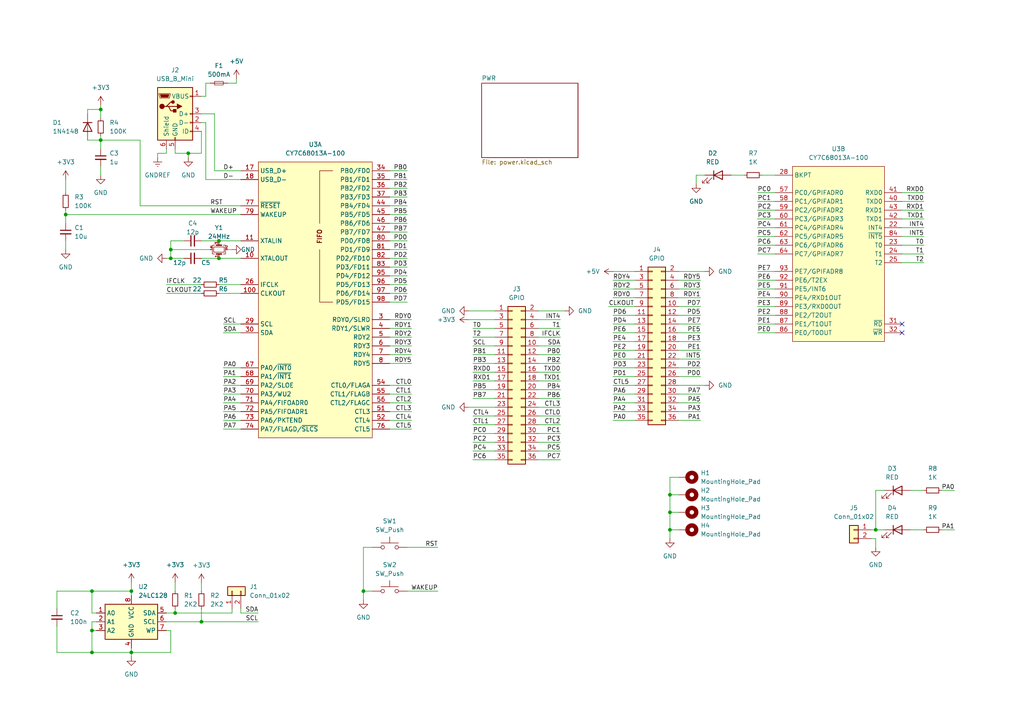
<source format=kicad_sch>
(kicad_sch (version 20230121) (generator eeschema)
  (paper "A4")
  (lib_symbols
    (symbol "CY7C68013A:CY7C68013A-100"
      (property "Reference" "U" (at 0 40.64 0))
      (property "Value" "CY7C68013A-100" (at 0 38.1 0))
      (symbol "CY7C68013A-100_1_1"
        (text "FIFO" (at 1.27 13.97 900) (effects (font (size 1.27 1.27) bold)))
        (pin output line (at -21.59 7.62 0) (length 5.08) (name "XTALOUT") (number "10"))
        (pin output line (at -21.59 -2.54 0) (length 5.08) (name "CLKOUT") (number "100"))
        (pin input line (at -21.59 12.7 0) (length 5.08) (name "XTALIN") (number "11"))
        (pin bidirectional line (at -21.59 33.02 0) (length 5.08) (name "USB_D+") (number "17"))
        (pin bidirectional line (at -21.59 30.48 0) (length 5.08) (name "USB_D-") (number "18"))
        (pin bidirectional line (at -21.59 0 0) (length 5.08) (name "IFCLK") (number "26"))
        (pin bidirectional line (at -21.59 -11.43 0) (length 5.08) (name "SCL") (number "29"))
        (pin input line (at 21.59 -10.16 180) (length 5.08) (name "RDY0/SLRD") (number "3"))
        (pin bidirectional line (at -21.59 -13.97 0) (length 5.08) (name "SDA") (number "30"))
        (pin bidirectional line (at 21.59 33.02 180) (length 5.08) (name "PB0/FD0") (number "34"))
        (pin bidirectional line (at 21.59 30.48 180) (length 5.08) (name "PB1/FD1") (number "35"))
        (pin bidirectional line (at 21.59 27.94 180) (length 5.08) (name "PB2/FD2") (number "36"))
        (pin bidirectional line (at 21.59 25.4 180) (length 5.08) (name "PB3/FD3") (number "37"))
        (pin input line (at 21.59 -12.7 180) (length 5.08) (name "RDY1/SLWR") (number "4"))
        (pin bidirectional line (at 21.59 22.86 180) (length 5.08) (name "PB4/FD4") (number "44"))
        (pin bidirectional line (at 21.59 20.32 180) (length 5.08) (name "PB5/FD5") (number "45"))
        (pin bidirectional line (at 21.59 17.78 180) (length 5.08) (name "PB6/FD6") (number "46"))
        (pin bidirectional line (at 21.59 15.24 180) (length 5.08) (name "PB7/FD7") (number "47"))
        (pin input line (at 21.59 -15.24 180) (length 5.08) (name "RDY2") (number "5"))
        (pin output line (at 21.59 -36.83 180) (length 5.08) (name "CTL3") (number "51"))
        (pin output line (at 21.59 -39.37 180) (length 5.08) (name "CTL4") (number "52"))
        (pin output line (at 21.59 -29.21 180) (length 5.08) (name "CTL0/FLAGA") (number "54"))
        (pin output line (at 21.59 -31.75 180) (length 5.08) (name "CTL1/FLAGB") (number "55"))
        (pin output line (at 21.59 -34.29 180) (length 5.08) (name "CTL2/FLAGC") (number "56"))
        (pin input line (at 21.59 -17.78 180) (length 5.08) (name "RDY3") (number "6"))
        (pin bidirectional line (at -21.59 -24.13 0) (length 5.08) (name "PA0/~{INT0}") (number "67"))
        (pin bidirectional line (at -21.59 -26.67 0) (length 5.08) (name "PA1/~{INT1}") (number "68"))
        (pin bidirectional line (at -21.59 -29.21 0) (length 5.08) (name "PA2/SLOE") (number "69"))
        (pin input line (at 21.59 -20.32 180) (length 5.08) (name "RDY4") (number "7"))
        (pin bidirectional line (at -21.59 -31.75 0) (length 5.08) (name "PA3/WU2") (number "70"))
        (pin bidirectional line (at -21.59 -34.29 0) (length 5.08) (name "PA4/FIFOADR0") (number "71"))
        (pin bidirectional line (at -21.59 -36.83 0) (length 5.08) (name "PA5/FIFOADR1") (number "72"))
        (pin bidirectional line (at -21.59 -39.37 0) (length 5.08) (name "PA6/PKTEND") (number "73"))
        (pin bidirectional line (at -21.59 -41.91 0) (length 5.08) (name "PA7/FLAGD/~{SLCS}") (number "74"))
        (pin output line (at 21.59 -41.91 180) (length 5.08) (name "CTL5") (number "76"))
        (pin input line (at -21.59 22.86 0) (length 5.08) (name "~{RESET}") (number "77"))
        (pin input line (at -21.59 20.32 0) (length 5.08) (name "WAKEUP") (number "79"))
        (pin input line (at 21.59 -22.86 180) (length 5.08) (name "RDY5") (number "8"))
        (pin bidirectional line (at 21.59 12.7 180) (length 5.08) (name "PD0/FD8") (number "80"))
        (pin bidirectional line (at 21.59 10.16 180) (length 5.08) (name "PD1/FD9") (number "81"))
        (pin bidirectional line (at 21.59 7.62 180) (length 5.08) (name "PD2/FD10") (number "82"))
        (pin bidirectional line (at 21.59 5.08 180) (length 5.08) (name "PD3/FD11") (number "83"))
        (pin bidirectional line (at 21.59 2.54 180) (length 5.08) (name "PD4/FD12") (number "95"))
        (pin bidirectional line (at 21.59 0 180) (length 5.08) (name "PD5/FD13") (number "96"))
        (pin bidirectional line (at 21.59 -2.54 180) (length 5.08) (name "PD6/FD14") (number "97"))
        (pin bidirectional line (at 21.59 -5.08 180) (length 5.08) (name "PD5/FD15") (number "98"))
      )
      (symbol "CY7C68013A-100_2_1"
        (pin input line (at 19.05 7.62 180) (length 5.08) (name "INT4") (number "22"))
        (pin input line (at 19.05 2.54 180) (length 5.08) (name "T0") (number "23"))
        (pin input line (at 19.05 0 180) (length 5.08) (name "T1") (number "24"))
        (pin input line (at 19.05 -2.54 180) (length 5.08) (name "T2") (number "25"))
        (pin output line (at -17.78 22.86 0) (length 5.08) (name "BKPT") (number "28"))
        (pin output line (at 19.05 -20.32 180) (length 5.08) (name "~{RD}") (number "31"))
        (pin output line (at 19.05 -22.86 180) (length 5.08) (name "~{WR}") (number "32"))
        (pin output line (at 19.05 15.24 180) (length 5.08) (name "TXD0") (number "40"))
        (pin input line (at 19.05 17.78 180) (length 5.08) (name "RXD0") (number "41"))
        (pin output line (at 19.05 10.16 180) (length 5.08) (name "TXD1") (number "42"))
        (pin input line (at 19.05 12.7 180) (length 5.08) (name "RXD1") (number "43"))
        (pin bidirectional line (at -17.78 17.78 0) (length 5.08) (name "PC0/GPIFADR0") (number "57"))
        (pin bidirectional line (at -17.78 15.24 0) (length 5.08) (name "PC1/GPIFADR1") (number "58"))
        (pin bidirectional line (at -17.78 12.7 0) (length 5.08) (name "PC2/GPIFADR2") (number "59"))
        (pin bidirectional line (at -17.78 10.16 0) (length 5.08) (name "PC3/GPIFADR3") (number "60"))
        (pin bidirectional line (at -17.78 7.62 0) (length 5.08) (name "PC4/GPIFADR4") (number "61"))
        (pin bidirectional line (at -17.78 5.08 0) (length 5.08) (name "PC5/GPIFADR5") (number "62"))
        (pin bidirectional line (at -17.78 2.54 0) (length 5.08) (name "PC6/GPIFADR6") (number "63"))
        (pin bidirectional line (at -17.78 0 0) (length 5.08) (name "PC7/GPIFADR7") (number "64"))
        (pin input line (at 19.05 5.08 180) (length 5.08) (name "~{INT5}") (number "84"))
        (pin bidirectional line (at -17.78 -22.86 0) (length 5.08) (name "PE0/T0OUT") (number "86"))
        (pin bidirectional line (at -17.78 -20.32 0) (length 5.08) (name "PE1/T1OUT") (number "87"))
        (pin bidirectional line (at -17.78 -17.78 0) (length 5.08) (name "PE2/T2OUT") (number "88"))
        (pin bidirectional line (at -17.78 -15.24 0) (length 5.08) (name "PE3/RXD0OUT") (number "89"))
        (pin bidirectional line (at -17.78 -12.7 0) (length 5.08) (name "PE4/RXD1OUT") (number "90"))
        (pin bidirectional line (at -17.78 -10.16 0) (length 5.08) (name "PE5/INT6") (number "91"))
        (pin bidirectional line (at -17.78 -7.62 0) (length 5.08) (name "PE6/T2EX") (number "92"))
        (pin bidirectional line (at -17.78 -5.08 0) (length 5.08) (name "PE7/GPIFADR8") (number "93"))
      )
      (symbol "CY7C68013A-100_3_1"
        (pin power_in line (at -15.24 10.16 0) (length 5.08) (name "VCC") (number "1"))
        (pin power_in line (at 15.24 17.78 180) (length 5.08) (name "AGND") (number "12"))
        (pin no_connect line (at -15.24 -15.24 0) (length 5.08) (name "NC") (number "13"))
        (pin no_connect line (at -15.24 -17.78 0) (length 5.08) (name "NC") (number "14"))
        (pin no_connect line (at -15.24 -20.32 0) (length 5.08) (name "NC") (number "15"))
        (pin power_in line (at -15.24 15.24 0) (length 5.08) (name "AVCC") (number "16"))
        (pin power_in line (at 15.24 15.24 180) (length 5.08) (name "AGND") (number "19"))
        (pin power_in line (at 15.24 10.16 180) (length 5.08) (name "GND") (number "2"))
        (pin power_in line (at -15.24 7.62 0) (length 5.08) (name "VCC") (number "20"))
        (pin power_in line (at 15.24 7.62 180) (length 5.08) (name "GND") (number "21"))
        (pin power_in line (at 15.24 -13.97 180) (length 5.08) (name "RESERVED") (number "27"))
        (pin power_in line (at -15.24 5.08 0) (length 5.08) (name "VCC") (number "33"))
        (pin power_in line (at -15.24 2.54 0) (length 5.08) (name "VCC") (number "38"))
        (pin power_in line (at 15.24 5.08 180) (length 5.08) (name "GND") (number "39"))
        (pin power_in line (at 15.24 2.54 180) (length 5.08) (name "GND") (number "48"))
        (pin power_in line (at -15.24 0 0) (length 5.08) (name "VCC") (number "49"))
        (pin power_in line (at 15.24 0 180) (length 5.08) (name "GND") (number "50"))
        (pin power_in line (at -15.24 -2.54 0) (length 5.08) (name "VCC") (number "53"))
        (pin power_in line (at 15.24 -2.54 180) (length 5.08) (name "GND") (number "65"))
        (pin power_in line (at -15.24 -5.08 0) (length 5.08) (name "VCC") (number "66"))
        (pin power_in line (at 15.24 -5.08 180) (length 5.08) (name "GND") (number "75"))
        (pin power_in line (at -15.24 -7.62 0) (length 5.08) (name "VCC") (number "78"))
        (pin power_in line (at -15.24 -10.16 0) (length 5.08) (name "VCC") (number "85"))
        (pin power_in line (at -15.24 17.78 0) (length 5.08) (name "AVCC") (number "9"))
        (pin power_in line (at 15.24 -7.62 180) (length 5.08) (name "GND") (number "94"))
        (pin power_in line (at 15.24 -10.16 180) (length 5.08) (name "GND") (number "99"))
      )
    )
    (symbol "Connector:USB_B_Mini" (pin_names (offset 1.016))
      (property "Reference" "J" (at -5.08 11.43 0))
      (property "Value" "USB_B_Mini" (at -5.08 8.89 0))
      (symbol "USB_B_Mini_1_1"
        (pin power_out line (at 7.62 5.08 180) (length 2.54) (name "VBUS") (number "1"))
        (pin bidirectional line (at 7.62 -2.54 180) (length 2.54) (name "D-") (number "2"))
        (pin bidirectional line (at 7.62 0 180) (length 2.54) (name "D+") (number "3"))
        (pin passive line (at 7.62 -5.08 180) (length 2.54) (name "ID") (number "4"))
        (pin power_out line (at 0 -10.16 90) (length 2.54) (name "GND") (number "5"))
        (pin passive line (at -2.54 -10.16 90) (length 2.54) (name "Shield") (number "6"))
      )
    )
    (symbol "Connector_Generic:Conn_01x02" (pin_names (offset 1.016) hide)
      (property "Reference" "J" (at 0 2.54 0))
      (property "Value" "Conn_01x02" (at 0 -5.08 0))
      (symbol "Conn_01x02_1_1"
        (pin passive line (at -5.08 0 0) (length 3.81) (name "Pin_1") (number "1"))
        (pin passive line (at -5.08 -2.54 0) (length 3.81) (name "Pin_2") (number "2"))
      )
    )
    (symbol "Connector_Generic:Conn_02x18_Odd_Even" (pin_names (offset 1.016) hide)
      (property "Reference" "J" (at 1.27 22.86 0))
      (property "Value" "Conn_02x18_Odd_Even" (at 1.27 -25.4 0))
      (symbol "Conn_02x18_Odd_Even_1_1"
        (pin passive line (at -5.08 20.32 0) (length 3.81) (name "Pin_1") (number "1"))
        (pin passive line (at 7.62 10.16 180) (length 3.81) (name "Pin_10") (number "10"))
        (pin passive line (at -5.08 7.62 0) (length 3.81) (name "Pin_11") (number "11"))
        (pin passive line (at 7.62 7.62 180) (length 3.81) (name "Pin_12") (number "12"))
        (pin passive line (at -5.08 5.08 0) (length 3.81) (name "Pin_13") (number "13"))
        (pin passive line (at 7.62 5.08 180) (length 3.81) (name "Pin_14") (number "14"))
        (pin passive line (at -5.08 2.54 0) (length 3.81) (name "Pin_15") (number "15"))
        (pin passive line (at 7.62 2.54 180) (length 3.81) (name "Pin_16") (number "16"))
        (pin passive line (at -5.08 0 0) (length 3.81) (name "Pin_17") (number "17"))
        (pin passive line (at 7.62 0 180) (length 3.81) (name "Pin_18") (number "18"))
        (pin passive line (at -5.08 -2.54 0) (length 3.81) (name "Pin_19") (number "19"))
        (pin passive line (at 7.62 20.32 180) (length 3.81) (name "Pin_2") (number "2"))
        (pin passive line (at 7.62 -2.54 180) (length 3.81) (name "Pin_20") (number "20"))
        (pin passive line (at -5.08 -5.08 0) (length 3.81) (name "Pin_21") (number "21"))
        (pin passive line (at 7.62 -5.08 180) (length 3.81) (name "Pin_22") (number "22"))
        (pin passive line (at -5.08 -7.62 0) (length 3.81) (name "Pin_23") (number "23"))
        (pin passive line (at 7.62 -7.62 180) (length 3.81) (name "Pin_24") (number "24"))
        (pin passive line (at -5.08 -10.16 0) (length 3.81) (name "Pin_25") (number "25"))
        (pin passive line (at 7.62 -10.16 180) (length 3.81) (name "Pin_26") (number "26"))
        (pin passive line (at -5.08 -12.7 0) (length 3.81) (name "Pin_27") (number "27"))
        (pin passive line (at 7.62 -12.7 180) (length 3.81) (name "Pin_28") (number "28"))
        (pin passive line (at -5.08 -15.24 0) (length 3.81) (name "Pin_29") (number "29"))
        (pin passive line (at -5.08 17.78 0) (length 3.81) (name "Pin_3") (number "3"))
        (pin passive line (at 7.62 -15.24 180) (length 3.81) (name "Pin_30") (number "30"))
        (pin passive line (at -5.08 -17.78 0) (length 3.81) (name "Pin_31") (number "31"))
        (pin passive line (at 7.62 -17.78 180) (length 3.81) (name "Pin_32") (number "32"))
        (pin passive line (at -5.08 -20.32 0) (length 3.81) (name "Pin_33") (number "33"))
        (pin passive line (at 7.62 -20.32 180) (length 3.81) (name "Pin_34") (number "34"))
        (pin passive line (at -5.08 -22.86 0) (length 3.81) (name "Pin_35") (number "35"))
        (pin passive line (at 7.62 -22.86 180) (length 3.81) (name "Pin_36") (number "36"))
        (pin passive line (at 7.62 17.78 180) (length 3.81) (name "Pin_4") (number "4"))
        (pin passive line (at -5.08 15.24 0) (length 3.81) (name "Pin_5") (number "5"))
        (pin passive line (at 7.62 15.24 180) (length 3.81) (name "Pin_6") (number "6"))
        (pin passive line (at -5.08 12.7 0) (length 3.81) (name "Pin_7") (number "7"))
        (pin passive line (at 7.62 12.7 180) (length 3.81) (name "Pin_8") (number "8"))
        (pin passive line (at -5.08 10.16 0) (length 3.81) (name "Pin_9") (number "9"))
      )
    )
    (symbol "Device:C_Small" (pin_numbers hide) (pin_names (offset 0.254) hide)
      (property "Reference" "C" (at 0.254 1.778 0))
      (property "Value" "C_Small" (at 0.254 -2.032 0))
      (symbol "C_Small_1_1"
        (pin passive line (at 0 2.54 270) (length 2.032) (name "~") (number "1"))
        (pin passive line (at 0 -2.54 90) (length 2.032) (name "~") (number "2"))
      )
    )
    (symbol "Device:Crystal_GND24_Small" (pin_names (offset 1.016) hide)
      (property "Reference" "Y" (at 1.27 4.445 0))
      (property "Value" "Crystal_GND24_Small" (at 1.27 2.54 0))
      (symbol "Crystal_GND24_Small_1_1"
        (pin passive line (at -2.54 0 0) (length 1.27) (name "1") (number "1"))
        (pin passive line (at 0 -2.54 90) (length 0.635) (name "2") (number "2"))
        (pin passive line (at 2.54 0 180) (length 1.27) (name "3") (number "3"))
        (pin passive line (at 0 2.54 270) (length 0.635) (name "4") (number "4"))
      )
    )
    (symbol "Device:Fuse_Small" (pin_numbers hide) (pin_names (offset 0.254) hide)
      (property "Reference" "F" (at 0 -1.524 0))
      (property "Value" "Fuse_Small" (at 0 1.524 0))
      (symbol "Fuse_Small_1_1"
        (pin passive line (at -2.54 0 0) (length 1.27) (name "~") (number "1"))
        (pin passive line (at 2.54 0 180) (length 1.27) (name "~") (number "2"))
      )
    )
    (symbol "Device:LED" (pin_numbers hide) (pin_names (offset 1.016) hide)
      (property "Reference" "D" (at 0 2.54 0))
      (property "Value" "LED" (at 0 -2.54 0))
      (symbol "LED_1_1"
        (pin passive line (at -3.81 0 0) (length 2.54) (name "K") (number "1"))
        (pin passive line (at 3.81 0 180) (length 2.54) (name "A") (number "2"))
      )
    )
    (symbol "Device:R_Small" (pin_numbers hide) (pin_names (offset 0.254) hide)
      (property "Reference" "R" (at 0.762 0.508 0))
      (property "Value" "R_Small" (at 0.762 -1.016 0))
      (symbol "R_Small_1_1"
        (pin passive line (at 0 2.54 270) (length 0.762) (name "~") (number "1"))
        (pin passive line (at 0 -2.54 90) (length 0.762) (name "~") (number "2"))
      )
    )
    (symbol "Diode:1N4148" (pin_numbers hide) (pin_names hide)
      (property "Reference" "D" (at 0 2.54 0))
      (property "Value" "1N4148" (at 0 -2.54 0))
      (symbol "1N4148_1_1"
        (pin passive line (at -3.81 0 0) (length 2.54) (name "K") (number "1"))
        (pin passive line (at 3.81 0 180) (length 2.54) (name "A") (number "2"))
      )
    )
    (symbol "Mechanical:MountingHole_Pad" (pin_numbers hide) (pin_names (offset 1.016) hide)
      (property "Reference" "H" (at 0 6.35 0))
      (property "Value" "MountingHole_Pad" (at 0 4.445 0))
      (symbol "MountingHole_Pad_1_1"
        (pin input line (at 0 -2.54 90) (length 2.54) (name "1") (number "1"))
      )
    )
    (symbol "Memory_EEPROM:24LC128"
      (property "Reference" "U" (at -6.35 6.35 0))
      (property "Value" "24LC128" (at 1.27 6.35 0))
      (symbol "24LC128_1_1"
        (pin input line (at -10.16 2.54 0) (length 2.54) (name "A0") (number "1"))
        (pin input line (at -10.16 0 0) (length 2.54) (name "A1") (number "2"))
        (pin input line (at -10.16 -2.54 0) (length 2.54) (name "A2") (number "3"))
        (pin power_in line (at 0 -7.62 90) (length 2.54) (name "GND") (number "4"))
        (pin bidirectional line (at 10.16 2.54 180) (length 2.54) (name "SDA") (number "5"))
        (pin input line (at 10.16 0 180) (length 2.54) (name "SCL") (number "6"))
        (pin input line (at 10.16 -2.54 180) (length 2.54) (name "WP") (number "7"))
        (pin power_in line (at 0 7.62 270) (length 2.54) (name "VCC") (number "8"))
      )
    )
    (symbol "Switch:SW_Push" (pin_numbers hide) (pin_names (offset 1.016) hide)
      (property "Reference" "SW" (at 1.27 2.54 0))
      (property "Value" "SW_Push" (at 0 -1.524 0))
      (symbol "SW_Push_0_1"
        (pin passive line (at -5.08 0 0) (length 2.54) (name "1") (number "1"))
        (pin passive line (at 5.08 0 180) (length 2.54) (name "2") (number "2"))
      )
    )
    (symbol "power:+3V3" (power) (pin_names (offset 0))
      (property "Value" "+3V3" (at 0 3.556 0))
      (symbol "+3V3_1_1"
        (pin power_in line (at 0 0 90) (length 0) hide (name "+3V3") (number "1"))
      )
    )
    (symbol "power:+5V" (power) (pin_names (offset 0))
      (property "Value" "+5V" (at 0 3.556 0))
      (symbol "+5V_1_1"
        (pin power_in line (at 0 0 90) (length 0) hide (name "+5V") (number "1"))
      )
    )
    (symbol "power:GND" (power) (pin_names (offset 0))
      (property "Value" "GND" (at 0 -3.81 0))
      (symbol "GND_1_1"
        (pin power_in line (at 0 0 270) (length 0) hide (name "GND") (number "1"))
      )
    )
    (symbol "power:GNDREF" (power) (pin_names (offset 0))
      (property "Value" "GNDREF" (at 0 -3.81 0))
      (symbol "GNDREF_1_1"
        (pin power_in line (at 0 0 270) (length 0) hide (name "GNDREF") (number "1"))
      )
    )
  )
  (junction (at 58.42 180.34))
  (junction (at 254 153.67))
  (junction (at 63.5 69.85))
  (junction (at 54.61 44.45))
  (junction (at 26.67 189.23))
  (junction (at 50.8 177.8))
  (junction (at 194.31 148.59))
  (junction (at 38.1 171.45))
  (junction (at 29.21 31.75))
  (junction (at 194.31 153.67))
  (junction (at 26.67 182.88))
  (junction (at 38.1 189.23))
  (junction (at 49.53 74.93))
  (junction (at 49.53 72.39))
  (junction (at 26.67 171.45))
  (junction (at 19.05 62.23))
  (junction (at 63.5 74.93))
  (junction (at 105.41 171.45))
  (junction (at 194.31 143.51))
  (junction (at 29.21 40.64))
  (no_connect (at 261.62 93.98))
  (no_connect (at 261.62 96.52))
  (wire (pts (xy 25.4 31.75) (xy 29.21 31.75)))
  (wire (pts (xy 113.03 82.55) (xy 118.11 82.55)))
  (wire (pts (xy 273.05 153.67) (xy 276.86 153.67)))
  (wire (pts (xy 113.03 57.15) (xy 118.11 57.15)))
  (wire (pts (xy 26.67 189.23) (xy 38.1 189.23)))
  (wire (pts (xy 196.85 121.92) (xy 203.2 121.92)))
  (wire (pts (xy 177.8 101.6) (xy 184.15 101.6)))
  (wire (pts (xy 156.21 115.57) (xy 162.56 115.57)))
  (wire (pts (xy 29.21 40.64) (xy 29.21 43.18)))
  (wire (pts (xy 113.03 52.07) (xy 118.11 52.07)))
  (wire (pts (xy 113.03 72.39) (xy 118.11 72.39)))
  (wire (pts (xy 201.93 50.8) (xy 201.93 53.34)))
  (wire (pts (xy 177.8 93.98) (xy 184.15 93.98)))
  (wire (pts (xy 143.51 123.19) (xy 137.16 123.19)))
  (wire (pts (xy 48.26 182.88) (xy 49.53 182.88)))
  (wire (pts (xy 113.03 111.76) (xy 119.38 111.76)))
  (wire (pts (xy 118.11 158.75) (xy 127 158.75)))
  (wire (pts (xy 137.16 125.73) (xy 143.51 125.73)))
  (wire (pts (xy 113.03 59.69) (xy 118.11 59.69)))
  (wire (pts (xy 177.8 99.06) (xy 184.15 99.06)))
  (wire (pts (xy 137.16 113.03) (xy 143.51 113.03)))
  (wire (pts (xy 184.15 88.9) (xy 176.53 88.9)))
  (wire (pts (xy 113.03 92.71) (xy 119.38 92.71)))
  (wire (pts (xy 113.03 85.09) (xy 118.11 85.09)))
  (wire (pts (xy 50.8 44.45) (xy 50.8 43.18)))
  (wire (pts (xy 69.85 49.53) (xy 62.23 49.53)))
  (wire (pts (xy 49.53 69.85) (xy 49.53 72.39)))
  (wire (pts (xy 66.04 24.13) (xy 68.58 24.13)))
  (wire (pts (xy 261.62 60.96) (xy 267.97 60.96)))
  (wire (pts (xy 219.71 58.42) (xy 224.79 58.42)))
  (wire (pts (xy 196.85 86.36) (xy 203.2 86.36)))
  (wire (pts (xy 59.69 52.07) (xy 69.85 52.07)))
  (wire (pts (xy 219.71 91.44) (xy 224.79 91.44)))
  (wire (pts (xy 29.21 30.48) (xy 29.21 31.75)))
  (wire (pts (xy 137.16 133.35) (xy 143.51 133.35)))
  (wire (pts (xy 273.05 142.24) (xy 276.86 142.24)))
  (wire (pts (xy 196.85 96.52) (xy 203.2 96.52)))
  (wire (pts (xy 62.23 49.53) (xy 62.23 33.02)))
  (wire (pts (xy 48.26 43.18) (xy 48.26 44.45)))
  (wire (pts (xy 58.42 180.34) (xy 58.42 176.53)))
  (wire (pts (xy 196.85 83.82) (xy 203.2 83.82)))
  (wire (pts (xy 105.41 171.45) (xy 107.95 171.45)))
  (wire (pts (xy 38.1 187.96) (xy 38.1 189.23)))
  (wire (pts (xy 19.05 62.23) (xy 69.85 62.23)))
  (wire (pts (xy 113.03 87.63) (xy 118.11 87.63)))
  (wire (pts (xy 29.21 40.64) (xy 40.64 40.64)))
  (wire (pts (xy 48.26 74.93) (xy 49.53 74.93)))
  (wire (pts (xy 19.05 72.39) (xy 19.05 69.85)))
  (wire (pts (xy 143.51 100.33) (xy 137.16 100.33)))
  (wire (pts (xy 156.21 125.73) (xy 162.56 125.73)))
  (wire (pts (xy 219.71 66.04) (xy 224.79 66.04)))
  (wire (pts (xy 196.85 109.22) (xy 203.2 109.22)))
  (wire (pts (xy 177.8 119.38) (xy 184.15 119.38)))
  (wire (pts (xy 156.21 118.11) (xy 162.56 118.11)))
  (wire (pts (xy 63.5 82.55) (xy 69.85 82.55)))
  (wire (pts (xy 143.51 118.11) (xy 135.89 118.11)))
  (wire (pts (xy 105.41 171.45) (xy 105.41 173.99)))
  (wire (pts (xy 219.71 63.5) (xy 224.79 63.5)))
  (wire (pts (xy 184.15 111.76) (xy 177.8 111.76)))
  (wire (pts (xy 143.51 110.49) (xy 137.16 110.49)))
  (wire (pts (xy 49.53 72.39) (xy 49.53 74.93)))
  (wire (pts (xy 219.71 55.88) (xy 224.79 55.88)))
  (wire (pts (xy 19.05 62.23) (xy 19.05 64.77)))
  (wire (pts (xy 58.42 35.56) (xy 59.69 35.56)))
  (wire (pts (xy 219.71 86.36) (xy 224.79 86.36)))
  (wire (pts (xy 137.16 128.27) (xy 143.51 128.27)))
  (wire (pts (xy 16.51 189.23) (xy 26.67 189.23)))
  (wire (pts (xy 29.21 50.8) (xy 29.21 48.26)))
  (wire (pts (xy 27.94 177.8) (xy 26.67 177.8)))
  (wire (pts (xy 58.42 27.94) (xy 59.69 27.94)))
  (wire (pts (xy 54.61 44.45) (xy 54.61 45.72)))
  (wire (pts (xy 64.77 114.3) (xy 69.85 114.3)))
  (wire (pts (xy 49.53 182.88) (xy 49.53 189.23)))
  (wire (pts (xy 135.89 92.71) (xy 143.51 92.71)))
  (wire (pts (xy 59.69 24.13) (xy 60.96 24.13)))
  (wire (pts (xy 196.85 81.28) (xy 203.2 81.28)))
  (wire (pts (xy 219.71 71.12) (xy 224.79 71.12)))
  (wire (pts (xy 184.15 81.28) (xy 177.8 81.28)))
  (wire (pts (xy 64.77 124.46) (xy 69.85 124.46)))
  (wire (pts (xy 64.77 116.84) (xy 69.85 116.84)))
  (wire (pts (xy 113.03 77.47) (xy 118.11 77.47)))
  (wire (pts (xy 203.2 106.68) (xy 196.85 106.68)))
  (wire (pts (xy 113.03 67.31) (xy 118.11 67.31)))
  (wire (pts (xy 156.21 113.03) (xy 162.56 113.03)))
  (wire (pts (xy 219.71 81.28) (xy 224.79 81.28)))
  (wire (pts (xy 156.21 130.81) (xy 162.56 130.81)))
  (wire (pts (xy 261.62 68.58) (xy 267.97 68.58)))
  (wire (pts (xy 58.42 74.93) (xy 63.5 74.93)))
  (wire (pts (xy 54.61 44.45) (xy 50.8 44.45)))
  (wire (pts (xy 53.34 69.85) (xy 49.53 69.85)))
  (wire (pts (xy 50.8 168.91) (xy 50.8 171.45)))
  (wire (pts (xy 105.41 158.75) (xy 105.41 171.45)))
  (wire (pts (xy 113.03 49.53) (xy 118.11 49.53)))
  (wire (pts (xy 264.16 142.24) (xy 267.97 142.24)))
  (wire (pts (xy 194.31 138.43) (xy 196.85 138.43)))
  (wire (pts (xy 58.42 69.85) (xy 63.5 69.85)))
  (wire (pts (xy 177.8 91.44) (xy 184.15 91.44)))
  (wire (pts (xy 254 153.67) (xy 256.54 153.67)))
  (wire (pts (xy 59.69 27.94) (xy 59.69 24.13)))
  (wire (pts (xy 196.85 93.98) (xy 203.2 93.98)))
  (wire (pts (xy 196.85 78.74) (xy 204.47 78.74)))
  (wire (pts (xy 50.8 177.8) (xy 50.8 176.53)))
  (wire (pts (xy 58.42 180.34) (xy 74.93 180.34)))
  (wire (pts (xy 16.51 171.45) (xy 26.67 171.45)))
  (wire (pts (xy 184.15 86.36) (xy 177.8 86.36)))
  (wire (pts (xy 29.21 31.75) (xy 29.21 34.29)))
  (wire (pts (xy 212.09 50.8) (xy 215.9 50.8)))
  (wire (pts (xy 67.31 177.8) (xy 67.31 176.53)))
  (wire (pts (xy 48.26 85.09) (xy 58.42 85.09)))
  (wire (pts (xy 118.11 171.45) (xy 127 171.45)))
  (wire (pts (xy 254 156.21) (xy 254 158.75)))
  (wire (pts (xy 64.77 111.76) (xy 69.85 111.76)))
  (wire (pts (xy 196.85 101.6) (xy 203.2 101.6)))
  (wire (pts (xy 113.03 121.92) (xy 119.38 121.92)))
  (wire (pts (xy 19.05 60.96) (xy 19.05 62.23)))
  (wire (pts (xy 27.94 180.34) (xy 26.67 180.34)))
  (wire (pts (xy 219.71 60.96) (xy 224.79 60.96)))
  (wire (pts (xy 143.51 95.25) (xy 137.16 95.25)))
  (wire (pts (xy 62.23 33.02) (xy 58.42 33.02)))
  (wire (pts (xy 26.67 182.88) (xy 27.94 182.88)))
  (wire (pts (xy 219.71 73.66) (xy 224.79 73.66)))
  (wire (pts (xy 69.85 93.98) (xy 64.77 93.98)))
  (wire (pts (xy 156.21 102.87) (xy 162.56 102.87)))
  (wire (pts (xy 219.71 88.9) (xy 224.79 88.9)))
  (wire (pts (xy 66.04 72.39) (xy 67.31 72.39)))
  (wire (pts (xy 196.85 99.06) (xy 203.2 99.06)))
  (wire (pts (xy 219.71 93.98) (xy 224.79 93.98)))
  (wire (pts (xy 16.51 176.53) (xy 16.51 171.45)))
  (wire (pts (xy 156.21 107.95) (xy 162.56 107.95)))
  (wire (pts (xy 113.03 124.46) (xy 119.38 124.46)))
  (wire (pts (xy 196.85 116.84) (xy 203.2 116.84)))
  (wire (pts (xy 137.16 102.87) (xy 143.51 102.87)))
  (wire (pts (xy 194.31 143.51) (xy 196.85 143.51)))
  (wire (pts (xy 254 153.67) (xy 252.73 153.67)))
  (wire (pts (xy 261.62 58.42) (xy 267.97 58.42)))
  (wire (pts (xy 63.5 85.09) (xy 69.85 85.09)))
  (wire (pts (xy 156.21 120.65) (xy 162.56 120.65)))
  (wire (pts (xy 38.1 168.91) (xy 38.1 171.45)))
  (wire (pts (xy 113.03 69.85) (xy 118.11 69.85)))
  (wire (pts (xy 113.03 100.33) (xy 119.38 100.33)))
  (wire (pts (xy 220.98 50.8) (xy 224.79 50.8)))
  (wire (pts (xy 156.21 128.27) (xy 162.56 128.27)))
  (wire (pts (xy 137.16 105.41) (xy 143.51 105.41)))
  (wire (pts (xy 219.71 83.82) (xy 224.79 83.82)))
  (wire (pts (xy 196.85 114.3) (xy 203.2 114.3)))
  (wire (pts (xy 219.71 68.58) (xy 224.79 68.58)))
  (wire (pts (xy 113.03 80.01) (xy 118.11 80.01)))
  (wire (pts (xy 50.8 177.8) (xy 67.31 177.8)))
  (wire (pts (xy 184.15 83.82) (xy 177.8 83.82)))
  (wire (pts (xy 137.16 115.57) (xy 143.51 115.57)))
  (wire (pts (xy 49.53 72.39) (xy 60.96 72.39)))
  (wire (pts (xy 196.85 91.44) (xy 203.2 91.44)))
  (wire (pts (xy 156.21 105.41) (xy 162.56 105.41)))
  (wire (pts (xy 196.85 119.38) (xy 203.2 119.38)))
  (wire (pts (xy 113.03 102.87) (xy 119.38 102.87)))
  (wire (pts (xy 63.5 69.85) (xy 69.85 69.85)))
  (wire (pts (xy 177.8 116.84) (xy 184.15 116.84)))
  (wire (pts (xy 26.67 180.34) (xy 26.67 182.88)))
  (wire (pts (xy 156.21 95.25) (xy 162.56 95.25)))
  (wire (pts (xy 113.03 97.79) (xy 119.38 97.79)))
  (wire (pts (xy 49.53 189.23) (xy 38.1 189.23)))
  (wire (pts (xy 156.21 133.35) (xy 162.56 133.35)))
  (wire (pts (xy 26.67 177.8) (xy 26.67 171.45)))
  (wire (pts (xy 107.95 158.75) (xy 105.41 158.75)))
  (wire (pts (xy 64.77 121.92) (xy 69.85 121.92)))
  (wire (pts (xy 68.58 24.13) (xy 68.58 22.86)))
  (wire (pts (xy 184.15 106.68) (xy 177.8 106.68)))
  (wire (pts (xy 48.26 177.8) (xy 50.8 177.8)))
  (wire (pts (xy 254 142.24) (xy 254 153.67)))
  (wire (pts (xy 45.72 44.45) (xy 45.72 45.72)))
  (wire (pts (xy 49.53 74.93) (xy 53.34 74.93)))
  (wire (pts (xy 40.64 40.64) (xy 40.64 59.69)))
  (wire (pts (xy 156.21 97.79) (xy 162.56 97.79)))
  (wire (pts (xy 143.51 120.65) (xy 137.16 120.65)))
  (wire (pts (xy 184.15 109.22) (xy 177.8 109.22)))
  (wire (pts (xy 177.8 104.14) (xy 184.15 104.14)))
  (wire (pts (xy 19.05 52.07) (xy 19.05 55.88)))
  (wire (pts (xy 261.62 73.66) (xy 267.97 73.66)))
  (wire (pts (xy 29.21 39.37) (xy 29.21 40.64)))
  (wire (pts (xy 219.71 78.74) (xy 224.79 78.74)))
  (wire (pts (xy 143.51 107.95) (xy 137.16 107.95)))
  (wire (pts (xy 113.03 116.84) (xy 119.38 116.84)))
  (wire (pts (xy 25.4 40.64) (xy 29.21 40.64)))
  (wire (pts (xy 156.21 92.71) (xy 162.56 92.71)))
  (wire (pts (xy 64.77 106.68) (xy 69.85 106.68)))
  (wire (pts (xy 261.62 55.88) (xy 267.97 55.88)))
  (wire (pts (xy 177.8 96.52) (xy 184.15 96.52)))
  (wire (pts (xy 219.71 96.52) (xy 224.79 96.52)))
  (wire (pts (xy 177.8 121.92) (xy 184.15 121.92)))
  (wire (pts (xy 48.26 180.34) (xy 58.42 180.34)))
  (wire (pts (xy 113.03 62.23) (xy 118.11 62.23)))
  (wire (pts (xy 58.42 169.0181) (xy 58.42 171.45)))
  (wire (pts (xy 261.62 66.04) (xy 267.97 66.04)))
  (wire (pts (xy 196.85 111.76) (xy 204.47 111.76)))
  (wire (pts (xy 48.26 44.45) (xy 45.72 44.45)))
  (wire (pts (xy 113.03 64.77) (xy 118.11 64.77)))
  (wire (pts (xy 143.51 90.17) (xy 135.89 90.17)))
  (wire (pts (xy 156.21 110.49) (xy 162.56 110.49)))
  (wire (pts (xy 25.4 33.02) (xy 25.4 31.75)))
  (wire (pts (xy 26.67 171.45) (xy 38.1 171.45)))
  (wire (pts (xy 113.03 95.25) (xy 119.38 95.25)))
  (wire (pts (xy 177.8 78.74) (xy 184.15 78.74)))
  (wire (pts (xy 58.42 44.45) (xy 54.61 44.45)))
  (wire (pts (xy 194.31 153.67) (xy 194.31 156.21)))
  (wire (pts (xy 137.16 130.81) (xy 143.51 130.81)))
  (wire (pts (xy 194.31 148.59) (xy 196.85 148.59)))
  (wire (pts (xy 64.77 119.38) (xy 69.85 119.38)))
  (wire (pts (xy 63.5 74.93) (xy 69.85 74.93)))
  (wire (pts (xy 69.85 96.52) (xy 64.77 96.52)))
  (wire (pts (xy 113.03 105.41) (xy 119.38 105.41)))
  (wire (pts (xy 194.31 138.43) (xy 194.31 143.51)))
  (wire (pts (xy 261.62 71.12) (xy 267.97 71.12)))
  (wire (pts (xy 16.51 181.61) (xy 16.51 189.23)))
  (wire (pts (xy 64.77 109.22) (xy 69.85 109.22)))
  (wire (pts (xy 69.85 177.8) (xy 74.93 177.8)))
  (wire (pts (xy 69.85 176.53) (xy 69.85 177.8)))
  (wire (pts (xy 194.31 143.51) (xy 194.31 148.59)))
  (wire (pts (xy 58.42 38.1) (xy 58.42 44.45)))
  (wire (pts (xy 48.26 82.55) (xy 58.42 82.55)))
  (wire (pts (xy 204.47 50.8) (xy 201.93 50.8)))
  (wire (pts (xy 143.51 97.79) (xy 137.16 97.79)))
  (wire (pts (xy 113.03 54.61) (xy 118.11 54.61)))
  (wire (pts (xy 177.8 114.3) (xy 184.15 114.3)))
  (wire (pts (xy 40.64 59.69) (xy 69.85 59.69)))
  (wire (pts (xy 261.62 63.5) (xy 267.97 63.5)))
  (wire (pts (xy 196.85 104.14) (xy 203.2 104.14)))
  (wire (pts (xy 26.67 182.88) (xy 26.67 189.23)))
  (wire (pts (xy 264.16 153.67) (xy 267.97 153.67)))
  (wire (pts (xy 156.21 100.33) (xy 162.56 100.33)))
  (wire (pts (xy 113.03 119.38) (xy 119.38 119.38)))
  (wire (pts (xy 194.31 153.67) (xy 196.85 153.67)))
  (wire (pts (xy 59.69 35.56) (xy 59.69 52.07)))
  (wire (pts (xy 38.1 171.45) (xy 38.1 172.72)))
  (wire (pts (xy 261.62 76.2) (xy 267.97 76.2)))
  (wire (pts (xy 252.73 156.21) (xy 254 156.21)))
  (wire (pts (xy 113.03 114.3) (xy 119.38 114.3)))
  (wire (pts (xy 38.1 189.23) (xy 38.1 190.5)))
  (wire (pts (xy 156.21 123.19) (xy 162.56 123.19)))
  (wire (pts (xy 156.21 90.17) (xy 163.83 90.17)))
  (wire (pts (xy 256.54 142.24) (xy 254 142.24)))
  (wire (pts (xy 196.85 88.9) (xy 203.2 88.9)))
  (wire (pts (xy 194.31 148.59) (xy 194.31 153.67)))
  (wire (pts (xy 113.03 74.93) (xy 118.11 74.93)))
  (label "PB4" (at 162.56 113.03 180))
  (label "T0" (at 137.16 95.25 0))
  (label "RDY1" (at 203.2 86.36 180))
  (label "INT5" (at 267.97 68.58 180))
  (label "PE3" (at 203.2 99.06 180))
  (label "T2" (at 267.97 76.2 180))
  (label "PA2" (at 64.77 111.76 0))
  (label "PC0" (at 219.71 55.88 0))
  (label "PC2" (at 137.16 128.27 0))
  (label "PA0" (at 276.86 142.24 180))
  (label "PC1" (at 162.56 125.73 180))
  (label "PA6" (at 177.8 114.3 0))
  (label "PB4" (at 118.11 59.69 180))
  (label "PA3" (at 64.77 114.3 0))
  (label "RXD0" (at 267.97 55.88 180))
  (label "PC5" (at 219.71 68.58 0))
  (label "PA0" (at 177.8 121.92 0))
  (label "PC5" (at 162.56 130.81 180))
  (label "PE4" (at 177.8 99.06 0))
  (label "SCL" (at 64.77 93.98 0))
  (label "RDY1" (at 119.38 95.25 180))
  (label "PE0" (at 219.71 96.52 0))
  (label "PE1" (at 219.71 93.98 0))
  (label "RDY3" (at 119.38 100.33 180))
  (label "RXD1" (at 137.16 110.49 0))
  (label "PD5" (at 118.11 82.55 180))
  (label "PC4" (at 219.71 66.04 0))
  (label "CTL0" (at 162.56 120.65 180))
  (label "PB1" (at 137.16 102.87 0))
  (label "PB7" (at 118.11 67.31 180))
  (label "PB6" (at 162.56 115.57 180))
  (label "SDA" (at 162.56 100.33 180))
  (label "PE5" (at 203.2 96.52 180))
  (label "PB3" (at 137.16 105.41 0))
  (label "PA4" (at 64.77 116.84 0))
  (label "PC2" (at 219.71 60.96 0))
  (label "PD3" (at 118.11 77.47 180))
  (label "PA0" (at 64.77 106.68 0))
  (label "CTL2" (at 162.56 123.19 180))
  (label "PB3" (at 118.11 57.15 180))
  (label "PE5" (at 219.71 83.82 0))
  (label "PB2" (at 162.56 105.41 180))
  (label "IFCLK" (at 162.56 97.79 180))
  (label "RXD0" (at 137.16 107.95 0))
  (label "PA1" (at 276.86 153.67 180))
  (label "PB0" (at 118.11 49.53 180))
  (label "T1" (at 267.97 73.66 180))
  (label "PC3" (at 219.71 63.5 0))
  (label "PA1" (at 64.77 109.22 0))
  (label "SDA" (at 64.77 96.52 0))
  (label "PA7" (at 203.2 114.3 180))
  (label "PA4" (at 177.8 116.84 0))
  (label "PD1" (at 177.8 109.22 0))
  (label "CTL5" (at 119.38 124.46 180))
  (label "PC1" (at 219.71 58.42 0))
  (label "PC3" (at 162.56 128.27 180))
  (label "PD4" (at 177.8 93.98 0))
  (label "TXD1" (at 267.97 63.5 180))
  (label "RST" (at 127 158.75 180))
  (label "PC7" (at 162.56 133.35 180))
  (label "D-" (at 64.77 52.07 0))
  (label "RDY3" (at 203.2 83.82 180))
  (label "PC0" (at 137.16 125.73 0))
  (label "RDY2" (at 119.38 97.79 180))
  (label "SCL" (at 137.16 100.33 0))
  (label "PD6" (at 177.8 91.44 0))
  (label "PE2" (at 219.71 91.44 0))
  (label "PE2" (at 177.8 101.6 0))
  (label "PB7" (at 137.16 115.57 0))
  (label "PE3" (at 219.71 88.9 0))
  (label "PB2" (at 118.11 54.61 180))
  (label "RDY4" (at 119.38 102.87 180))
  (label "PB6" (at 118.11 64.77 180))
  (label "PD1" (at 118.11 72.39 180))
  (label "RDY4" (at 177.8 81.28 0))
  (label "PA5" (at 64.77 119.38 0))
  (label "CTL5" (at 177.8 111.76 0))
  (label "PD7" (at 118.11 87.63 180))
  (label "TXD0" (at 267.97 58.42 180))
  (label "SDA" (at 74.93 177.8 180))
  (label "RDY5" (at 203.2 81.28 180))
  (label "INT5" (at 203.2 104.14 180))
  (label "PE4" (at 219.71 86.36 0))
  (label "T1" (at 162.56 95.25 180))
  (label "PA3" (at 203.2 119.38 180))
  (label "INT4" (at 162.56 92.71 180))
  (label "WAKEUP" (at 127 171.45 180))
  (label "PA5" (at 203.2 116.84 180))
  (label "CTL1" (at 119.38 114.3 180))
  (label "RDY2" (at 177.8 83.82 0))
  (label "PD0" (at 203.2 109.22 180))
  (label "CTL4" (at 119.38 121.92 180))
  (label "PE6" (at 219.71 81.28 0))
  (label "PB0" (at 162.56 102.87 180))
  (label "T0" (at 267.97 71.12 180))
  (label "CTL1" (at 137.16 123.19 0))
  (label "PD2" (at 203.2 106.68 180))
  (label "PC6" (at 219.71 71.12 0))
  (label "PE0" (at 177.8 104.14 0))
  (label "PB1" (at 118.11 52.07 180))
  (label "PC6" (at 137.16 133.35 0))
  (label "IFCLK" (at 48.26 82.55 0))
  (label "CTL2" (at 119.38 116.84 180))
  (label "WAKEUP" (at 60.96 62.23 0))
  (label "PA7" (at 64.77 124.46 0))
  (label "PB5" (at 137.16 113.03 0))
  (label "RDY5" (at 119.38 105.41 180))
  (label "TXD1" (at 162.56 110.49 180))
  (label "PD7" (at 203.2 88.9 180))
  (label "CTL0" (at 119.38 111.76 180))
  (label "RST" (at 60.96 59.69 0))
  (label "PC7" (at 219.71 73.66 0))
  (label "TXD0" (at 162.56 107.95 180))
  (label "PB5" (at 118.11 62.23 180))
  (label "CTL3" (at 162.56 118.11 180))
  (label "PE6" (at 177.8 96.52 0))
  (label "RXD1" (at 267.97 60.96 180))
  (label "PD3" (at 177.8 106.68 0))
  (label "CLKOUT" (at 176.53 88.9 0))
  (label "PD6" (at 118.11 85.09 180))
  (label "PD0" (at 118.11 69.85 180))
  (label "PD5" (at 203.2 91.44 180))
  (label "PD4" (at 118.11 80.01 180))
  (label "PA1" (at 203.2 121.92 180))
  (label "D+" (at 64.77 49.53 0))
  (label "T2" (at 137.16 97.79 0))
  (label "PE7" (at 219.71 78.74 0))
  (label "SCL" (at 74.93 180.34 180))
  (label "CTL3" (at 119.38 119.38 180))
  (label "PC4" (at 137.16 130.81 0))
  (label "PD2" (at 118.11 74.93 180))
  (label "PA2" (at 177.8 119.38 0))
  (label "INT4" (at 267.97 66.04 180))
  (label "PE1" (at 203.2 101.6 180))
  (label "CTL4" (at 137.16 120.65 0))
  (label "PE7" (at 203.2 93.98 180))
  (label "RDY0" (at 119.38 92.71 180))
  (label "RDY0" (at 177.8 86.36 0))
  (label "PA6" (at 64.77 121.92 0))
  (label "CLKOUT" (at 48.26 85.09 0))
  (symbol (lib_id "power:GND") (at 201.93 53.34 0) (unit 1)
    (property "Reference" "#PWR09" (effects hide))
    (property "Value" "GND" (at 201.93 58.42 0))
  )
  (symbol (lib_id "power:GND") (at 204.47 78.74 90) (unit 1)
    (property "Reference" "#PWR0115" (effects hide))
    (property "Value" "GND" (at 208.28 78.7399 90) (effects (justify right)))
  )
  (symbol (lib_id "Mechanical:MountingHole_Pad") (at 199.39 138.43 270) (unit 1) (in_bom no)
    (property "Reference" "H1" (at 203.2 137.1599 90) (effects (justify left)))
    (property "Value" "MountingHole_Pad" (at 203.2 139.6999 90) (effects (justify left)))
    (property "Footprint" "MountingHole:MountingHole_3.2mm_M3_Pad_Via" (effects hide))
  )
  (symbol (lib_id "Mechanical:MountingHole_Pad") (at 199.39 143.51 270) (unit 1) (in_bom no)
    (property "Reference" "H2" (at 203.2 142.2399 90) (effects (justify left)))
    (property "Value" "MountingHole_Pad" (at 203.2 144.7799 90) (effects (justify left)))
    (property "Footprint" "MountingHole:MountingHole_3.2mm_M3_Pad_Via" (effects hide))
  )
  (symbol (lib_id "Device:R_Small") (at 60.96 85.09 90) (unit 1)
    (property "Reference" "R6" (at 64.77 83.82 90))
    (property "Value" "22" (at 57.15 83.82 90))
    (property "Footprint" "Resistor_SMD:R_0402_1005Metric" (effects hide))
    (property "LCSC Part Number" "C25092" (effects hide))
  )
  (symbol (lib_id "power:+3V3") (at 135.89 92.71 90) (unit 1)
    (property "Reference" "#PWR0114" (effects hide))
    (property "Value" "+3V3" (at 132.08 92.7099 90) (effects (justify left)))
  )
  (symbol (lib_id "Diode:1N4148") (at 25.4 36.83 270) (unit 1)
    (property "Reference" "D1" (at 15.24 35.56 90) (effects (justify left)))
    (property "Value" "1N4148" (at 15.24 38.1 90) (effects (justify left)))
    (property "Footprint" "Diode_SMD:D_SOD-123" (effects hide))
    (property "Datasheet" "https://assets.nexperia.com/documents/data-sheet/1N4148_1N4448.pdf" (effects hide))
    (property "LCSC Part Number" "C81598" (effects hide))
  )
  (symbol (lib_id "Device:R_Small") (at 58.42 173.99 0) (unit 1)
    (property "Reference" "R2" (at 60.96 172.7199 0) (effects (justify left)))
    (property "Value" "2K2" (at 60.96 175.2599 0) (effects (justify left)))
    (property "Footprint" "Resistor_SMD:R_0402_1005Metric" (effects hide))
    (property "LCSC Part Number" "C25879" (effects hide))
  )
  (symbol (lib_id "power:GND") (at 105.41 173.99 0) (unit 1)
    (property "Reference" "#PWR08" (effects hide))
    (property "Value" "GND" (at 105.41 179.07 0))
  )
  (symbol (lib_id "Device:C_Small") (at 55.88 69.85 90) (unit 1)
    (property "Reference" "C4" (at 55.8863 64.77 90))
    (property "Value" "12p" (at 55.8863 67.31 90))
    (property "Footprint" "Capacitor_SMD:C_0402_1005Metric" (effects hide))
    (property "LCSC Part Number" "C1547" (effects hide))
  )
  (symbol (lib_id "power:+3V3") (at 29.21 30.48 0) (unit 1)
    (property "Reference" "#PWR03" (effects hide))
    (property "Value" "+3V3" (at 29.21 25.4 0))
  )
  (symbol (lib_id "Device:LED") (at 260.35 153.67 0) (unit 1)
    (property "Reference" "D4" (at 258.7625 147.32 0))
    (property "Value" "RED" (at 258.7625 149.86 0))
    (property "Footprint" "LED_SMD:LED_0805_2012Metric" (effects hide))
    (property "LCSC Part Number" "C84256" (effects hide))
  )
  (symbol (lib_id "Device:C_Small") (at 16.51 179.07 0) (unit 1)
    (property "Reference" "C2" (at 20.32 177.8062 0) (effects (justify left)))
    (property "Value" "100n" (at 20.32 180.3462 0) (effects (justify left)))
    (property "Footprint" "Capacitor_SMD:C_0402_1005Metric" (effects hide))
    (property "LCSC Part Number" "C307331" (effects hide))
  )
  (symbol (lib_id "power:+5V") (at 68.58 22.86 0) (unit 1)
    (property "Reference" "#PWR0108" (effects hide))
    (property "Value" "+5V" (at 68.58 17.78 0))
  )
  (symbol (lib_id "power:GND") (at 48.26 74.93 270) (unit 1)
    (property "Reference" "#PWR05" (effects hide))
    (property "Value" "GND" (at 44.45 74.9299 90) (effects (justify right)))
  )
  (symbol (lib_id "power:GND") (at 67.31 72.39 90) (unit 1)
    (property "Reference" "#PWR07" (effects hide))
    (property "Value" "GND" (at 69.85 72.39 90) (effects (justify right)))
  )
  (symbol (lib_id "Device:LED") (at 208.28 50.8 0) (unit 1)
    (property "Reference" "D2" (at 206.6925 44.45 0))
    (property "Value" "RED" (at 206.6925 46.99 0))
    (property "Footprint" "LED_SMD:LED_0805_2012Metric" (effects hide))
    (property "LCSC Part Number" "C84256" (effects hide))
  )
  (symbol (lib_id "power:GND") (at 163.83 90.17 90) (unit 1)
    (property "Reference" "#PWR0113" (effects hide))
    (property "Value" "GND" (at 167.64 90.1699 90) (effects (justify right)))
  )
  (symbol (lib_id "CY7C68013A:CY7C68013A-100") (at 91.44 82.55 0) (unit 1)
    (property "Reference" "U3" (at 91.44 41.91 0))
    (property "Value" "CY7C68013A-100" (at 91.44 44.45 0))
    (property "Footprint" "Package_QFP:PQFP-100_14x20mm_P0.65mm" (effects hide))
    (property "LCSC Part Number" "C9926" (effects hide))
  )
  (symbol (lib_id "power:GND") (at 204.47 111.76 90) (unit 1)
    (property "Reference" "#PWR0111" (effects hide))
    (property "Value" "GND" (at 208.28 111.7599 90) (effects (justify right)))
  )
  (symbol (lib_id "Connector:USB_B_Mini") (at 50.8 33.02 0) (unit 1)
    (property "Reference" "J2" (at 50.8 20.32 0))
    (property "Value" "USB_B_Mini" (at 50.8 22.86 0))
    (property "Footprint" "Connector_USB:USB_Mini-B_Lumberg_2486_01_Horizontal" (effects hide))
    (property "LCSC Part Number" "C508689" (effects hide))
  )
  (symbol (lib_id "Switch:SW_Push") (at 113.03 158.75 0) (unit 1)
    (property "Reference" "SW1" (at 113.03 151.13 0))
    (property "Value" "SW_Push" (at 113.03 153.67 0))
    (property "Footprint" "Button_Switch_SMD:SW_SPST_PTS810" (effects hide))
    (property "LCSC Part Number" "C127488" (effects hide))
  )
  (symbol (lib_id "Device:R_Small") (at 29.21 36.83 0) (unit 1)
    (property "Reference" "R4" (at 31.75 35.5599 0) (effects (justify left)))
    (property "Value" "100K" (at 31.75 38.0999 0) (effects (justify left)))
    (property "Footprint" "Resistor_SMD:R_0402_1005Metric" (effects hide))
    (property "LCSC Part Number" "C25741" (effects hide))
  )
  (symbol (lib_id "power:+3V3") (at 50.8 168.91 0) (unit 1)
    (property "Reference" "#PWR0104" (effects hide))
    (property "Value" "+3V3" (at 50.8 163.83 0))
  )
  (symbol (lib_id "Device:C_Small") (at 55.88 74.93 90) (unit 1)
    (property "Reference" "C5" (at 59.69 76.2 90))
    (property "Value" "12p" (at 52.07 76.2 90))
    (property "Footprint" "Capacitor_SMD:C_0402_1005Metric" (effects hide))
    (property "LCSC Part Number" "C1547" (effects hide))
  )
  (symbol (lib_id "Device:R_Small") (at 270.51 153.67 90) (unit 1)
    (property "Reference" "R9" (at 270.51 147.32 90))
    (property "Value" "1K" (at 270.51 149.86 90))
    (property "Footprint" "Resistor_SMD:R_0402_1005Metric" (effects hide))
    (property "LCSC Part Number" "C11702" (effects hide))
  )
  (symbol (lib_id "Device:Crystal_GND24_Small") (at 63.5 72.39 90) (unit 1)
    (property "Reference" "Y1" (at 63.5 66.04 90))
    (property "Value" "24MHz" (at 63.5 68.58 90))
    (property "Footprint" "Crystal:Crystal_SMD_3225-4Pin_3.2x2.5mm" (effects hide))
    (property "LCSC Part Number" "C2650460" (effects hide))
  )
  (symbol (lib_id "Mechanical:MountingHole_Pad") (at 199.39 153.67 270) (unit 1) (in_bom no)
    (property "Reference" "H4" (at 203.2 152.3999 90) (effects (justify left)))
    (property "Value" "MountingHole_Pad" (at 203.2 154.9399 90) (effects (justify left)))
    (property "Footprint" "MountingHole:MountingHole_3.2mm_M3_Pad_Via" (effects hide))
  )
  (symbol (lib_id "Device:C_Small") (at 19.05 67.31 0) (unit 1)
    (property "Reference" "C1" (at 21.59 66.0462 0) (effects (justify left)))
    (property "Value" "10u" (at 21.59 68.5862 0) (effects (justify left)))
    (property "Footprint" "Capacitor_SMD:C_0402_1005Metric" (effects hide))
    (property "LCSC Part Number" "C15525" (effects hide))
  )
  (symbol (lib_id "power:GND") (at 135.89 118.11 270) (mirror x) (unit 1)
    (property "Reference" "#PWR0110" (effects hide))
    (property "Value" "GND" (at 132.08 118.1099 90) (effects (justify right)))
  )
  (symbol (lib_id "Device:Fuse_Small") (at 63.5 24.13 0) (unit 1)
    (property "Reference" "F1" (at 63.5 19.05 0))
    (property "Value" "500mA" (at 63.5 21.59 0))
    (property "Footprint" "Fuse:Fuse_0805_2012Metric" (effects hide))
    (property "LCSC Part Number" "C269104" (effects hide))
  )
  (symbol (lib_id "Device:C_Small") (at 29.21 45.72 0) (unit 1)
    (property "Reference" "C3" (at 31.75 44.4562 0) (effects (justify left)))
    (property "Value" "1u" (at 31.75 46.9962 0) (effects (justify left)))
    (property "Footprint" "Capacitor_SMD:C_0402_1005Metric" (effects hide))
    (property "LCSC Part Number" "C52923" (effects hide))
  )
  (symbol (lib_id "CY7C68013A:CY7C68013A-100") (at 242.57 73.66 0) (unit 2)
    (property "Reference" "U3" (at 243.205 43.18 0))
    (property "Value" "CY7C68013A-100" (at 243.205 45.72 0))
    (property "Footprint" "Package_QFP:PQFP-100_14x20mm_P0.65mm" (effects hide))
    (property "LCSC Part Number" "C9926" (effects hide))
  )
  (symbol (lib_id "power:GND") (at 29.21 50.8 0) (unit 1)
    (property "Reference" "#PWR04" (effects hide))
    (property "Value" "GND" (at 29.21 55.88 0))
  )
  (symbol (lib_id "Device:R_Small") (at 218.44 50.8 90) (unit 1)
    (property "Reference" "R7" (at 218.44 44.45 90))
    (property "Value" "1K" (at 218.44 46.99 90))
    (property "Footprint" "Resistor_SMD:R_0402_1005Metric" (effects hide))
    (property "LCSC Part Number" "C11702" (effects hide))
  )
  (symbol (lib_id "Device:R_Small") (at 50.8 173.99 0) (unit 1)
    (property "Reference" "R1" (at 53.34 172.7199 0) (effects (justify left)))
    (property "Value" "2K2" (at 53.34 175.2599 0) (effects (justify left)))
    (property "Footprint" "Resistor_SMD:R_0402_1005Metric" (effects hide))
    (property "LCSC Part Number" "C25879" (effects hide))
  )
  (symbol (lib_id "power:GND") (at 254 158.75 0) (unit 1)
    (property "Reference" "#PWR010" (effects hide))
    (property "Value" "GND" (at 254 163.83 0))
  )
  (symbol (lib_id "Switch:SW_Push") (at 113.03 171.45 0) (unit 1)
    (property "Reference" "SW2" (at 113.03 163.83 0))
    (property "Value" "SW_Push" (at 113.03 166.37 0))
    (property "Footprint" "Button_Switch_SMD:SW_SPST_PTS810" (effects hide))
    (property "LCSC Part Number" "C127488" (effects hide))
  )
  (symbol (lib_id "Device:LED") (at 260.35 142.24 0) (unit 1)
    (property "Reference" "D3" (at 258.7625 135.89 0))
    (property "Value" "RED" (at 258.7625 138.43 0))
    (property "Footprint" "LED_SMD:LED_0805_2012Metric" (effects hide))
    (property "LCSC Part Number" "C84256" (effects hide))
  )
  (symbol (lib_id "Connector_Generic:Conn_01x02") (at 247.65 153.67 0) (mirror y) (unit 1) (in_bom no)
    (property "Reference" "J5" (at 247.65 147.32 0))
    (property "Value" "Conn_01x02" (at 247.65 149.86 0))
    (property "Footprint" "Connector_PinHeader_2.54mm:PinHeader_1x02_P2.54mm_Vertical" (effects hide))
  )
  (symbol (lib_id "power:GND") (at 135.89 90.17 270) (mirror x) (unit 1)
    (property "Reference" "#PWR0112" (effects hide))
    (property "Value" "GND" (at 132.08 90.1699 90) (effects (justify right)))
  )
  (symbol (lib_id "Connector_Generic:Conn_02x18_Odd_Even") (at 148.59 110.49 0) (unit 1) (in_bom no)
    (property "Reference" "J3" (at 149.86 83.82 0))
    (property "Value" "GPIO" (at 149.86 86.36 0))
    (property "Footprint" "Connector_PinHeader_2.54mm:PinHeader_2x18_P2.54mm_Vertical" (effects hide))
  )
  (symbol (lib_id "Connector_Generic:Conn_02x18_Odd_Even") (at 189.23 99.06 0) (unit 1) (in_bom no)
    (property "Reference" "J4" (at 190.5 72.39 0))
    (property "Value" "GPIO" (at 190.5 74.93 0))
    (property "Footprint" "Connector_PinHeader_2.54mm:PinHeader_2x18_P2.54mm_Vertical" (effects hide))
  )
  (symbol (lib_id "power:+3V3") (at 19.05 52.07 0) (unit 1)
    (property "Reference" "#PWR01" (effects hide))
    (property "Value" "+3V3" (at 19.05 46.99 0))
  )
  (symbol (lib_id "power:+5V") (at 177.8 78.74 90) (unit 1)
    (property "Reference" "#PWR0116" (effects hide))
    (property "Value" "+5V" (at 173.99 78.7399 90) (effects (justify left)))
  )
  (symbol (lib_id "Memory_EEPROM:24LC128") (at 38.1 180.34 0) (unit 1)
    (property "Reference" "U2" (at 40.1194 170.18 0) (effects (justify left)))
    (property "Value" "24LC128" (at 40.1194 172.72 0) (effects (justify left)))
    (property "Footprint" "Package_SO:SOIC-8_3.9x4.9mm_P1.27mm" (effects hide))
    (property "Datasheet" "http://ww1.microchip.com/downloads/en/DeviceDoc/21191s.pdf" (effects hide))
    (property "LCSC Part Number" "C99368" (effects hide))
  )
  (symbol (lib_id "Device:R_Small") (at 60.96 82.55 90) (unit 1)
    (property "Reference" "R5" (at 64.77 81.28 90))
    (property "Value" "22" (at 57.15 81.28 90))
    (property "Footprint" "Resistor_SMD:R_0402_1005Metric" (effects hide))
    (property "LCSC Part Number" "C25092" (effects hide))
  )
  (symbol (lib_id "power:GND") (at 54.61 45.72 0) (unit 1)
    (property "Reference" "#PWR0105" (effects hide))
    (property "Value" "GND" (at 54.61 50.8 0))
  )
  (symbol (lib_id "power:+3V3") (at 38.1 168.91 0) (unit 1)
    (property "Reference" "#PWR0103" (effects hide))
    (property "Value" "+3V3" (at 38.1 163.83 0))
  )
  (symbol (lib_id "power:+3V3") (at 58.42 169.0181 0) (unit 1)
    (property "Reference" "#PWR0102" (effects hide))
    (property "Value" "+3V3" (at 58.42 163.9381 0))
  )
  (symbol (lib_id "Device:R_Small") (at 270.51 142.24 90) (unit 1)
    (property "Reference" "R8" (at 270.51 135.89 90))
    (property "Value" "1K" (at 270.51 138.43 90))
    (property "Footprint" "Resistor_SMD:R_0402_1005Metric" (effects hide))
    (property "LCSC Part Number" "C11702" (effects hide))
  )
  (symbol (lib_id "power:GND") (at 38.1 190.5 0) (unit 1)
    (property "Reference" "#PWR0101" (effects hide))
    (property "Value" "GND" (at 38.1 195.58 0))
  )
  (symbol (lib_id "power:GNDREF") (at 45.72 45.72 0) (unit 1)
    (property "Reference" "#PWR06" (effects hide))
    (property "Value" "GNDREF" (at 45.72 50.8 0))
  )
  (symbol (lib_id "power:GND") (at 19.05 72.39 0) (unit 1)
    (property "Reference" "#PWR02" (effects hide))
    (property "Value" "GND" (at 19.05 77.47 0))
  )
  (symbol (lib_id "Connector_Generic:Conn_01x02") (at 67.31 171.45 90) (unit 1) (in_bom no)
    (property "Reference" "J1" (at 72.39 170.1799 90) (effects (justify right)))
    (property "Value" "Conn_01x02" (at 72.39 172.7199 90) (effects (justify right)))
    (property "Footprint" "Connector_PinHeader_2.54mm:PinHeader_1x02_P2.54mm_Vertical" (effects hide))
  )
  (symbol (lib_id "power:GND") (at 194.31 156.21 0) (unit 1)
    (property "Reference" "#PWR020" (effects hide))
    (property "Value" "GND" (at 194.31 161.29 0))
  )
  (symbol (lib_id "Mechanical:MountingHole_Pad") (at 199.39 148.59 270) (unit 1) (in_bom no)
    (property "Reference" "H3" (at 203.2 147.3199 90) (effects (justify left)))
    (property "Value" "MountingHole_Pad" (at 203.2 149.8599 90) (effects (justify left)))
    (property "Footprint" "MountingHole:MountingHole_3.2mm_M3_Pad_Via" (effects hide))
  )
  (symbol (lib_id "Device:R_Small") (at 19.05 58.42 0) (unit 1)
    (property "Reference" "R3" (at 21.59 57.1499 0) (effects (justify left)))
    (property "Value" "100K" (at 21.59 59.6899 0) (effects (justify left)))
    (property "Footprint" "Resistor_SMD:R_0402_1005Metric" (effects hide))
    (property "LCSC Part Number" "C25741" (effects hide))
  )
  (sheet (at 139.7 24.13) (size 27.94 21.59) (stroke (width 0.1524))
    (property "Sheetname" "PWR" (at 139.7 23.4184 0) (effects (justify left bottom)))
    (property "Sheetfile" "power.kicad_sch" (at 139.7 46.3046 0) (effects (justify left top)))
  )
)
</source>
